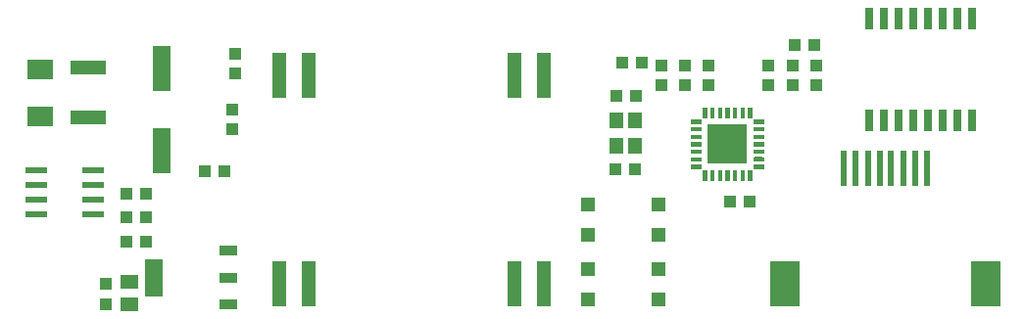
<source format=gtp>
G75*
%MOIN*%
%OFA0B0*%
%FSLAX25Y25*%
%IPPOS*%
%LPD*%
%AMOC8*
5,1,8,0,0,1.08239X$1,22.5*
%
%ADD10R,0.04724X0.04724*%
%ADD11R,0.06299X0.15748*%
%ADD12R,0.03937X0.04331*%
%ADD13R,0.05906X0.05118*%
%ADD14R,0.04331X0.03937*%
%ADD15R,0.07800X0.02200*%
%ADD16R,0.08504X0.07008*%
%ADD17C,0.00276*%
%ADD18R,0.02687X0.01280*%
%ADD19R,0.13665X0.13665*%
%ADD20R,0.12000X0.05000*%
%ADD21R,0.04724X0.05512*%
%ADD22R,0.02402X0.12008*%
%ADD23R,0.09843X0.15354*%
%ADD24R,0.04921X0.15748*%
%ADD25R,0.06400X0.03500*%
%ADD26R,0.06400X0.12500*%
%ADD27R,0.02520X0.07520*%
D10*
X0244552Y0021297D03*
X0244552Y0031533D03*
X0244552Y0043383D03*
X0244552Y0053619D03*
X0268567Y0053619D03*
X0268567Y0043383D03*
X0268567Y0031533D03*
X0268567Y0021297D03*
D11*
X0099552Y0072163D03*
X0099552Y0100115D03*
D12*
X0080497Y0019840D03*
X0080497Y0026533D03*
X0087623Y0041100D03*
X0094315Y0041100D03*
X0094237Y0049210D03*
X0087544Y0049210D03*
X0087504Y0057281D03*
X0094197Y0057281D03*
X0114158Y0064958D03*
X0120851Y0064958D03*
X0123607Y0079289D03*
X0123607Y0085982D03*
X0124630Y0098265D03*
X0124630Y0104958D03*
X0256245Y0101887D03*
X0262937Y0101887D03*
X0269473Y0101178D03*
X0269473Y0094486D03*
D13*
X0088567Y0027320D03*
X0088567Y0019840D03*
D14*
X0253961Y0065706D03*
X0260654Y0065706D03*
X0292977Y0054643D03*
X0299670Y0054643D03*
X0260772Y0090706D03*
X0254079Y0090706D03*
X0277465Y0094486D03*
X0285536Y0094486D03*
X0285536Y0101178D03*
X0277465Y0101178D03*
X0305969Y0101100D03*
X0314079Y0101178D03*
X0322150Y0101178D03*
X0322150Y0094486D03*
X0314079Y0094486D03*
X0305969Y0094407D03*
X0314788Y0108029D03*
X0321481Y0108029D03*
D15*
X0076141Y0065371D03*
X0076141Y0060371D03*
X0076141Y0055371D03*
X0076141Y0050371D03*
X0056741Y0050371D03*
X0056741Y0055371D03*
X0056741Y0060371D03*
X0056741Y0065371D03*
D16*
X0058174Y0083738D03*
X0058174Y0099761D03*
D17*
X0279493Y0082556D02*
X0282917Y0082556D01*
X0282917Y0081454D01*
X0279493Y0081454D01*
X0279493Y0082556D01*
X0279493Y0081729D02*
X0282917Y0081729D01*
X0282917Y0082004D02*
X0279493Y0082004D01*
X0279493Y0082279D02*
X0282917Y0082279D01*
X0282917Y0082554D02*
X0279493Y0082554D01*
X0279493Y0079997D02*
X0282917Y0079997D01*
X0282917Y0078895D01*
X0279493Y0078895D01*
X0279493Y0079997D01*
X0279493Y0079170D02*
X0282917Y0079170D01*
X0282917Y0079445D02*
X0279493Y0079445D01*
X0279493Y0079720D02*
X0282917Y0079720D01*
X0282917Y0079995D02*
X0279493Y0079995D01*
X0279493Y0077438D02*
X0282917Y0077438D01*
X0282917Y0076336D01*
X0279493Y0076336D01*
X0279493Y0077438D01*
X0279493Y0076611D02*
X0282917Y0076611D01*
X0282917Y0076886D02*
X0279493Y0076886D01*
X0279493Y0077161D02*
X0282917Y0077161D01*
X0282917Y0077436D02*
X0279493Y0077436D01*
X0279493Y0074879D02*
X0282917Y0074879D01*
X0282917Y0073777D01*
X0279493Y0073777D01*
X0279493Y0074879D01*
X0279493Y0074052D02*
X0282917Y0074052D01*
X0282917Y0074327D02*
X0279493Y0074327D01*
X0279493Y0074602D02*
X0282917Y0074602D01*
X0282917Y0074877D02*
X0279493Y0074877D01*
X0279493Y0072320D02*
X0282917Y0072320D01*
X0282917Y0071218D01*
X0279493Y0071218D01*
X0279493Y0072320D01*
X0279493Y0071493D02*
X0282917Y0071493D01*
X0282917Y0071768D02*
X0279493Y0071768D01*
X0279493Y0072043D02*
X0282917Y0072043D01*
X0282917Y0072318D02*
X0279493Y0072318D01*
X0279493Y0069761D02*
X0282917Y0069761D01*
X0282917Y0068659D01*
X0279493Y0068659D01*
X0279493Y0069761D01*
X0279493Y0068934D02*
X0282917Y0068934D01*
X0282917Y0069209D02*
X0279493Y0069209D01*
X0279493Y0069484D02*
X0282917Y0069484D01*
X0282917Y0069759D02*
X0279493Y0069759D01*
X0279493Y0067202D02*
X0282917Y0067202D01*
X0282917Y0066100D01*
X0279493Y0066100D01*
X0279493Y0067202D01*
X0279493Y0066375D02*
X0282917Y0066375D01*
X0282917Y0066650D02*
X0279493Y0066650D01*
X0279493Y0066925D02*
X0282917Y0066925D01*
X0282917Y0067200D02*
X0279493Y0067200D01*
X0283607Y0065410D02*
X0284709Y0065410D01*
X0284709Y0061986D01*
X0283607Y0061986D01*
X0283607Y0065410D01*
X0283607Y0062261D02*
X0284709Y0062261D01*
X0284709Y0062536D02*
X0283607Y0062536D01*
X0283607Y0062811D02*
X0284709Y0062811D01*
X0284709Y0063086D02*
X0283607Y0063086D01*
X0283607Y0063361D02*
X0284709Y0063361D01*
X0284709Y0063636D02*
X0283607Y0063636D01*
X0283607Y0063911D02*
X0284709Y0063911D01*
X0284709Y0064186D02*
X0283607Y0064186D01*
X0283607Y0064461D02*
X0284709Y0064461D01*
X0284709Y0064736D02*
X0283607Y0064736D01*
X0283607Y0065011D02*
X0284709Y0065011D01*
X0284709Y0065286D02*
X0283607Y0065286D01*
X0286166Y0065410D02*
X0287268Y0065410D01*
X0287268Y0061986D01*
X0286166Y0061986D01*
X0286166Y0065410D01*
X0286166Y0062261D02*
X0287268Y0062261D01*
X0287268Y0062536D02*
X0286166Y0062536D01*
X0286166Y0062811D02*
X0287268Y0062811D01*
X0287268Y0063086D02*
X0286166Y0063086D01*
X0286166Y0063361D02*
X0287268Y0063361D01*
X0287268Y0063636D02*
X0286166Y0063636D01*
X0286166Y0063911D02*
X0287268Y0063911D01*
X0287268Y0064186D02*
X0286166Y0064186D01*
X0286166Y0064461D02*
X0287268Y0064461D01*
X0287268Y0064736D02*
X0286166Y0064736D01*
X0286166Y0065011D02*
X0287268Y0065011D01*
X0287268Y0065286D02*
X0286166Y0065286D01*
X0288725Y0065410D02*
X0289827Y0065410D01*
X0289827Y0061986D01*
X0288725Y0061986D01*
X0288725Y0065410D01*
X0288725Y0062261D02*
X0289827Y0062261D01*
X0289827Y0062536D02*
X0288725Y0062536D01*
X0288725Y0062811D02*
X0289827Y0062811D01*
X0289827Y0063086D02*
X0288725Y0063086D01*
X0288725Y0063361D02*
X0289827Y0063361D01*
X0289827Y0063636D02*
X0288725Y0063636D01*
X0288725Y0063911D02*
X0289827Y0063911D01*
X0289827Y0064186D02*
X0288725Y0064186D01*
X0288725Y0064461D02*
X0289827Y0064461D01*
X0289827Y0064736D02*
X0288725Y0064736D01*
X0288725Y0065011D02*
X0289827Y0065011D01*
X0289827Y0065286D02*
X0288725Y0065286D01*
X0291284Y0065410D02*
X0292386Y0065410D01*
X0292386Y0061986D01*
X0291284Y0061986D01*
X0291284Y0065410D01*
X0291284Y0062261D02*
X0292386Y0062261D01*
X0292386Y0062536D02*
X0291284Y0062536D01*
X0291284Y0062811D02*
X0292386Y0062811D01*
X0292386Y0063086D02*
X0291284Y0063086D01*
X0291284Y0063361D02*
X0292386Y0063361D01*
X0292386Y0063636D02*
X0291284Y0063636D01*
X0291284Y0063911D02*
X0292386Y0063911D01*
X0292386Y0064186D02*
X0291284Y0064186D01*
X0291284Y0064461D02*
X0292386Y0064461D01*
X0292386Y0064736D02*
X0291284Y0064736D01*
X0291284Y0065011D02*
X0292386Y0065011D01*
X0292386Y0065286D02*
X0291284Y0065286D01*
X0293843Y0065410D02*
X0294945Y0065410D01*
X0294945Y0061986D01*
X0293843Y0061986D01*
X0293843Y0065410D01*
X0293843Y0062261D02*
X0294945Y0062261D01*
X0294945Y0062536D02*
X0293843Y0062536D01*
X0293843Y0062811D02*
X0294945Y0062811D01*
X0294945Y0063086D02*
X0293843Y0063086D01*
X0293843Y0063361D02*
X0294945Y0063361D01*
X0294945Y0063636D02*
X0293843Y0063636D01*
X0293843Y0063911D02*
X0294945Y0063911D01*
X0294945Y0064186D02*
X0293843Y0064186D01*
X0293843Y0064461D02*
X0294945Y0064461D01*
X0294945Y0064736D02*
X0293843Y0064736D01*
X0293843Y0065011D02*
X0294945Y0065011D01*
X0294945Y0065286D02*
X0293843Y0065286D01*
X0296402Y0065410D02*
X0297504Y0065410D01*
X0297504Y0061986D01*
X0296402Y0061986D01*
X0296402Y0065410D01*
X0296402Y0062261D02*
X0297504Y0062261D01*
X0297504Y0062536D02*
X0296402Y0062536D01*
X0296402Y0062811D02*
X0297504Y0062811D01*
X0297504Y0063086D02*
X0296402Y0063086D01*
X0296402Y0063361D02*
X0297504Y0063361D01*
X0297504Y0063636D02*
X0296402Y0063636D01*
X0296402Y0063911D02*
X0297504Y0063911D01*
X0297504Y0064186D02*
X0296402Y0064186D01*
X0296402Y0064461D02*
X0297504Y0064461D01*
X0297504Y0064736D02*
X0296402Y0064736D01*
X0296402Y0065011D02*
X0297504Y0065011D01*
X0297504Y0065286D02*
X0296402Y0065286D01*
X0298961Y0065410D02*
X0300063Y0065410D01*
X0300063Y0061986D01*
X0298961Y0061986D01*
X0298961Y0065410D01*
X0298961Y0062261D02*
X0300063Y0062261D01*
X0300063Y0062536D02*
X0298961Y0062536D01*
X0298961Y0062811D02*
X0300063Y0062811D01*
X0300063Y0063086D02*
X0298961Y0063086D01*
X0298961Y0063361D02*
X0300063Y0063361D01*
X0300063Y0063636D02*
X0298961Y0063636D01*
X0298961Y0063911D02*
X0300063Y0063911D01*
X0300063Y0064186D02*
X0298961Y0064186D01*
X0298961Y0064461D02*
X0300063Y0064461D01*
X0300063Y0064736D02*
X0298961Y0064736D01*
X0298961Y0065011D02*
X0300063Y0065011D01*
X0300063Y0065286D02*
X0298961Y0065286D01*
X0300753Y0067202D02*
X0304177Y0067202D01*
X0304177Y0066100D01*
X0300753Y0066100D01*
X0300753Y0067202D01*
X0300753Y0066375D02*
X0304177Y0066375D01*
X0304177Y0066650D02*
X0300753Y0066650D01*
X0300753Y0066925D02*
X0304177Y0066925D01*
X0304177Y0067200D02*
X0300753Y0067200D01*
X0300753Y0069761D02*
X0304177Y0069761D01*
X0304177Y0068659D01*
X0300753Y0068659D01*
X0300753Y0069761D01*
X0300753Y0068934D02*
X0304177Y0068934D01*
X0304177Y0069209D02*
X0300753Y0069209D01*
X0300753Y0069484D02*
X0304177Y0069484D01*
X0304177Y0069759D02*
X0300753Y0069759D01*
X0300753Y0072320D02*
X0304177Y0072320D01*
X0304177Y0071218D01*
X0300753Y0071218D01*
X0300753Y0072320D01*
X0300753Y0071493D02*
X0304177Y0071493D01*
X0304177Y0071768D02*
X0300753Y0071768D01*
X0300753Y0072043D02*
X0304177Y0072043D01*
X0304177Y0072318D02*
X0300753Y0072318D01*
X0300753Y0074879D02*
X0304177Y0074879D01*
X0304177Y0073777D01*
X0300753Y0073777D01*
X0300753Y0074879D01*
X0300753Y0074052D02*
X0304177Y0074052D01*
X0304177Y0074327D02*
X0300753Y0074327D01*
X0300753Y0074602D02*
X0304177Y0074602D01*
X0304177Y0074877D02*
X0300753Y0074877D01*
X0300753Y0077438D02*
X0304177Y0077438D01*
X0304177Y0076336D01*
X0300753Y0076336D01*
X0300753Y0077438D01*
X0300753Y0076611D02*
X0304177Y0076611D01*
X0304177Y0076886D02*
X0300753Y0076886D01*
X0300753Y0077161D02*
X0304177Y0077161D01*
X0304177Y0077436D02*
X0300753Y0077436D01*
X0300753Y0079997D02*
X0304177Y0079997D01*
X0304177Y0078895D01*
X0300753Y0078895D01*
X0300753Y0079997D01*
X0300753Y0079170D02*
X0304177Y0079170D01*
X0304177Y0079445D02*
X0300753Y0079445D01*
X0300753Y0079720D02*
X0304177Y0079720D01*
X0304177Y0079995D02*
X0300753Y0079995D01*
X0300753Y0082556D02*
X0304177Y0082556D01*
X0304177Y0081454D01*
X0300753Y0081454D01*
X0300753Y0082556D01*
X0300753Y0081729D02*
X0304177Y0081729D01*
X0304177Y0082004D02*
X0300753Y0082004D01*
X0300753Y0082279D02*
X0304177Y0082279D01*
X0304177Y0082554D02*
X0300753Y0082554D01*
X0300063Y0086670D02*
X0298961Y0086670D01*
X0300063Y0086670D02*
X0300063Y0083246D01*
X0298961Y0083246D01*
X0298961Y0086670D01*
X0298961Y0083521D02*
X0300063Y0083521D01*
X0300063Y0083796D02*
X0298961Y0083796D01*
X0298961Y0084071D02*
X0300063Y0084071D01*
X0300063Y0084346D02*
X0298961Y0084346D01*
X0298961Y0084621D02*
X0300063Y0084621D01*
X0300063Y0084896D02*
X0298961Y0084896D01*
X0298961Y0085171D02*
X0300063Y0085171D01*
X0300063Y0085446D02*
X0298961Y0085446D01*
X0298961Y0085721D02*
X0300063Y0085721D01*
X0300063Y0085996D02*
X0298961Y0085996D01*
X0298961Y0086271D02*
X0300063Y0086271D01*
X0300063Y0086546D02*
X0298961Y0086546D01*
X0297504Y0086670D02*
X0296402Y0086670D01*
X0297504Y0086670D02*
X0297504Y0083246D01*
X0296402Y0083246D01*
X0296402Y0086670D01*
X0296402Y0083521D02*
X0297504Y0083521D01*
X0297504Y0083796D02*
X0296402Y0083796D01*
X0296402Y0084071D02*
X0297504Y0084071D01*
X0297504Y0084346D02*
X0296402Y0084346D01*
X0296402Y0084621D02*
X0297504Y0084621D01*
X0297504Y0084896D02*
X0296402Y0084896D01*
X0296402Y0085171D02*
X0297504Y0085171D01*
X0297504Y0085446D02*
X0296402Y0085446D01*
X0296402Y0085721D02*
X0297504Y0085721D01*
X0297504Y0085996D02*
X0296402Y0085996D01*
X0296402Y0086271D02*
X0297504Y0086271D01*
X0297504Y0086546D02*
X0296402Y0086546D01*
X0294945Y0086670D02*
X0293843Y0086670D01*
X0294945Y0086670D02*
X0294945Y0083246D01*
X0293843Y0083246D01*
X0293843Y0086670D01*
X0293843Y0083521D02*
X0294945Y0083521D01*
X0294945Y0083796D02*
X0293843Y0083796D01*
X0293843Y0084071D02*
X0294945Y0084071D01*
X0294945Y0084346D02*
X0293843Y0084346D01*
X0293843Y0084621D02*
X0294945Y0084621D01*
X0294945Y0084896D02*
X0293843Y0084896D01*
X0293843Y0085171D02*
X0294945Y0085171D01*
X0294945Y0085446D02*
X0293843Y0085446D01*
X0293843Y0085721D02*
X0294945Y0085721D01*
X0294945Y0085996D02*
X0293843Y0085996D01*
X0293843Y0086271D02*
X0294945Y0086271D01*
X0294945Y0086546D02*
X0293843Y0086546D01*
X0292386Y0086670D02*
X0291284Y0086670D01*
X0292386Y0086670D02*
X0292386Y0083246D01*
X0291284Y0083246D01*
X0291284Y0086670D01*
X0291284Y0083521D02*
X0292386Y0083521D01*
X0292386Y0083796D02*
X0291284Y0083796D01*
X0291284Y0084071D02*
X0292386Y0084071D01*
X0292386Y0084346D02*
X0291284Y0084346D01*
X0291284Y0084621D02*
X0292386Y0084621D01*
X0292386Y0084896D02*
X0291284Y0084896D01*
X0291284Y0085171D02*
X0292386Y0085171D01*
X0292386Y0085446D02*
X0291284Y0085446D01*
X0291284Y0085721D02*
X0292386Y0085721D01*
X0292386Y0085996D02*
X0291284Y0085996D01*
X0291284Y0086271D02*
X0292386Y0086271D01*
X0292386Y0086546D02*
X0291284Y0086546D01*
X0289827Y0086670D02*
X0288725Y0086670D01*
X0289827Y0086670D02*
X0289827Y0083246D01*
X0288725Y0083246D01*
X0288725Y0086670D01*
X0288725Y0083521D02*
X0289827Y0083521D01*
X0289827Y0083796D02*
X0288725Y0083796D01*
X0288725Y0084071D02*
X0289827Y0084071D01*
X0289827Y0084346D02*
X0288725Y0084346D01*
X0288725Y0084621D02*
X0289827Y0084621D01*
X0289827Y0084896D02*
X0288725Y0084896D01*
X0288725Y0085171D02*
X0289827Y0085171D01*
X0289827Y0085446D02*
X0288725Y0085446D01*
X0288725Y0085721D02*
X0289827Y0085721D01*
X0289827Y0085996D02*
X0288725Y0085996D01*
X0288725Y0086271D02*
X0289827Y0086271D01*
X0289827Y0086546D02*
X0288725Y0086546D01*
X0287268Y0086670D02*
X0286166Y0086670D01*
X0287268Y0086670D02*
X0287268Y0083246D01*
X0286166Y0083246D01*
X0286166Y0086670D01*
X0286166Y0083521D02*
X0287268Y0083521D01*
X0287268Y0083796D02*
X0286166Y0083796D01*
X0286166Y0084071D02*
X0287268Y0084071D01*
X0287268Y0084346D02*
X0286166Y0084346D01*
X0286166Y0084621D02*
X0287268Y0084621D01*
X0287268Y0084896D02*
X0286166Y0084896D01*
X0286166Y0085171D02*
X0287268Y0085171D01*
X0287268Y0085446D02*
X0286166Y0085446D01*
X0286166Y0085721D02*
X0287268Y0085721D01*
X0287268Y0085996D02*
X0286166Y0085996D01*
X0286166Y0086271D02*
X0287268Y0086271D01*
X0287268Y0086546D02*
X0286166Y0086546D01*
X0284709Y0086670D02*
X0283607Y0086670D01*
X0284709Y0086670D02*
X0284709Y0083246D01*
X0283607Y0083246D01*
X0283607Y0086670D01*
X0283607Y0083521D02*
X0284709Y0083521D01*
X0284709Y0083796D02*
X0283607Y0083796D01*
X0283607Y0084071D02*
X0284709Y0084071D01*
X0284709Y0084346D02*
X0283607Y0084346D01*
X0283607Y0084621D02*
X0284709Y0084621D01*
X0284709Y0084896D02*
X0283607Y0084896D01*
X0283607Y0085171D02*
X0284709Y0085171D01*
X0284709Y0085446D02*
X0283607Y0085446D01*
X0283607Y0085721D02*
X0284709Y0085721D01*
X0284709Y0085996D02*
X0283607Y0085996D01*
X0283607Y0086271D02*
X0284709Y0086271D01*
X0284709Y0086546D02*
X0283607Y0086546D01*
D18*
X0302468Y0069210D03*
D19*
X0291835Y0074328D03*
D20*
X0074394Y0083230D03*
X0074394Y0100230D03*
D21*
X0254079Y0082360D03*
X0260378Y0082360D03*
X0260378Y0073698D03*
X0254079Y0073698D03*
D22*
X0331678Y0065903D03*
X0335693Y0065903D03*
X0339815Y0065903D03*
X0343760Y0065903D03*
X0347705Y0065903D03*
X0351756Y0065903D03*
X0355772Y0065903D03*
X0359788Y0065903D03*
D23*
X0379827Y0026572D03*
X0311638Y0026572D03*
D24*
X0229394Y0026848D03*
X0219394Y0026848D03*
X0149394Y0026848D03*
X0139394Y0026848D03*
X0139394Y0097714D03*
X0149394Y0097714D03*
X0219394Y0097714D03*
X0229394Y0097714D03*
D25*
X0122191Y0037916D03*
X0122191Y0028816D03*
X0122191Y0019716D03*
D26*
X0096991Y0028816D03*
D27*
X0340123Y0082419D03*
X0345123Y0082419D03*
X0350123Y0082419D03*
X0355123Y0082419D03*
X0360123Y0082419D03*
X0365123Y0082419D03*
X0370123Y0082419D03*
X0375123Y0082419D03*
X0375123Y0116946D03*
X0370123Y0116946D03*
X0365123Y0116946D03*
X0360123Y0116946D03*
X0355123Y0116946D03*
X0350123Y0116946D03*
X0345123Y0116946D03*
X0340123Y0116946D03*
M02*

</source>
